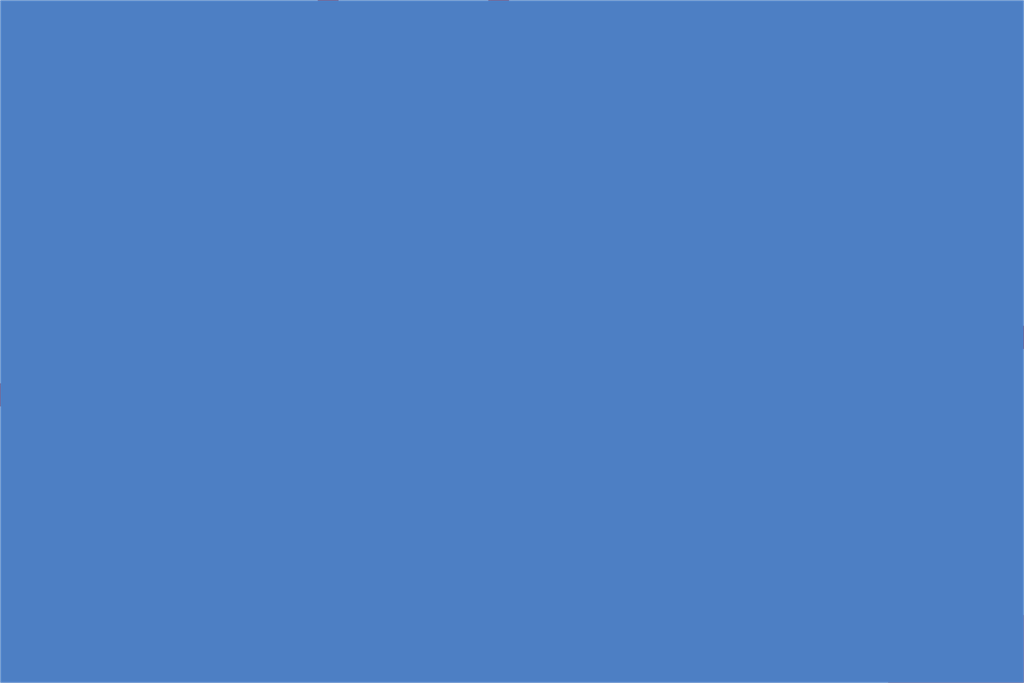
<source format=kicad_pcb>
(kicad_pcb (version 20221018) (generator pcbnew)
  (layers (0 "F.Cu" signal) (31 "B.Cu" signal) (34 "B.Paste" user) (35 "F.Paste" user) (36 "B.SilkS" user "B.Silkscreen") (37 "F.SilkS" user "F.Silkscreen") (38 "B.Mask" user) (39 "F.Mask" user) (44 "Edge.Cuts" user))
  (net 0 "")
  (footprint "LOGO" (layer "F.Cu") (at 153.32 89.87)
    (fp_text reference "G***" hide)
    (fp_text value "LOGO" hide)
  )
  (footprint "BFP640:SOT343" (layer "F.Cu") (at 138.5 89.9)
    (fp_text reference "REF**" hide)
    (fp_text value "SOT343" hide)
    (pad "1" smd rect (at -0.65 0.8) (size 0.6 0.8) (layers "F.Cu" "F.Paste" "F.Mask"))
    (pad "2" smd rect (at 0.5 0.8) (size 0.9 0.8) (layers "F.Cu" "F.Paste" "F.Mask"))
    (pad "3" smd rect (at 0.65 -0.8) (size 0.6 0.8) (layers "F.Cu" "F.Paste" "F.Mask"))
    (pad "4" smd rect (at -0.65 -0.8) (size 0.6 0.8) (layers "F.Cu" "F.Paste" "F.Mask"))
  )
  (footprint "LOGO" (layer "F.Cu") (at 153.32 89.87)
    (fp_text reference "G***" hide)
    (fp_text value "LOGO" hide)
    (fp_poly (pts (xy -63.605833 6.244167) (xy -78.486 6.244167) (xy -78.486 2.878667) (xy -63.605833 2.878667) (xy -63.605833 6.244167)) (stroke (width 0.01)) (fill solid) (layer "F.Cu"))
    (fp_poly (pts (xy -62.780333 -17.420167) (xy -64.791167 -17.420167) (xy -64.791167 -25.5905) (xy -62.780333 -25.5905) (xy -62.780333 -17.420167)) (stroke (width 0.01)) (fill solid) (layer "F.Cu"))
    (fp_poly (pts (xy -14.2875 25.505833) (xy -17.653 25.505833) (xy -17.653 24.489833) (xy -14.2875 24.489833) (xy -14.2875 25.505833)) (stroke (width 0.01)) (fill solid) (layer "F.Cu"))
    (fp_poly (pts (xy -14.2875 27.008667) (xy -17.653 27.008667) (xy -17.653 25.992667) (xy -14.2875 25.992667) (xy -14.2875 27.008667)) (stroke (width 0.01)) (fill solid) (layer "F.Cu"))
    (fp_poly (pts (xy -14.2875 28.5115) (xy -17.653 28.5115) (xy -17.653 27.474333) (xy -14.2875 27.474333) (xy -14.2875 28.5115)) (stroke (width 0.01)) (fill solid) (layer "F.Cu"))
    (fp_poly (pts (xy 6.561667 15.113) (xy 3.196167 15.113) (xy 3.196167 14.097) (xy 6.561667 14.097) (xy 6.561667 15.113)) (stroke (width 0.01)) (fill solid) (layer "F.Cu"))
    (fp_poly (pts (xy 6.561667 16.615833) (xy 3.196167 16.615833) (xy 3.196167 15.599833) (xy 6.561667 15.599833) (xy 6.561667 16.615833)) (stroke (width 0.01)) (fill solid) (layer "F.Cu"))
    (fp_poly (pts (xy 6.561667 18.118667) (xy 3.196167 18.118667) (xy 3.196167 17.102667) (xy 6.561667 17.102667) (xy 6.561667 18.118667)) (stroke (width 0.01)) (fill solid) (layer "F.Cu"))
    (fp_poly (pts (xy 26.013833 -23.368) (xy 24.003 -23.368) (xy 24.003 -31.538333) (xy 26.013833 -31.538333) (xy 26.013833 -23.368)) (stroke (width 0.01)) (fill solid) (layer "F.Cu"))
    (fp_poly (pts (xy 29.0195 -23.368) (xy 27.008667 -23.368) (xy 27.008667 -31.538333) (xy 29.0195 -31.538333) (xy 29.0195 -23.368)) (stroke (width 0.01)) (fill solid) (layer "F.Cu"))
    (fp_poly (pts (xy 71.628 -2.180167) (xy 56.642 -2.180167) (xy 56.642 -5.545667) (xy 71.628 -5.545667) (xy 71.628 -2.180167)) (stroke (width 0.01)) (fill solid) (layer "F.Cu"))
    (fp_poly (pts (xy -59.78525 -25.579917) (xy -59.779905 -21.500042) (xy -59.774559 -17.420167) (xy -61.7855 -17.420167) (xy -61.7855 -25.590915) (xy -59.78525 -25.579917)) (stroke (width 0.01)) (fill solid) (layer "F.Cu"))
    (fp_poly (pts (xy -56.774238 -21.500042) (xy -56.768892 -17.420167) (xy -58.801108 -17.420167) (xy -58.795762 -21.500042) (xy -58.790417 -25.579917) (xy -56.779583 -25.579917) (xy -56.774238 -21.500042)) (stroke (width 0.01)) (fill solid) (layer "F.Cu"))
    (fp_poly (pts (xy 23.024095 -27.458458) (xy 23.01875 -23.378583) (xy 22.008042 -23.373087) (xy 20.997333 -23.36759) (xy 20.997333 -31.538333) (xy 23.029441 -31.538333) (xy 23.024095 -27.458458)) (stroke (width 0.01)) (fill solid) (layer "F.Cu"))
    (fp_poly (pts (xy -3.868226 -40.643465) (xy -3.862917 -27.968096) (xy -1.885384 -29.753215) (xy 0.092148 -31.538333) (xy 20.023667 -31.538333) (xy 20.023667 -23.368) (xy 0.115037 -23.368) (xy -1.863357 -24.872579) (xy -2.118876 -25.066886) (xy -2.365062 -25.254064) (xy -2.599811 -25.432513) (xy -2.82102 -25.600638) (xy -3.026585 -25.75684) (xy -3.214403 -25.899522) (xy -3.382369 -26.027086) (xy -3.528382 -26.137934) (xy -3.650336 -26.230469) (xy -3.746129 -26.303092) (xy -3.813657 -26.354208) (xy -3.850816 -26.382216) (xy -3.857625 -26.387245) (xy -3.858623 -26.366928) (xy -3.859606 -26.305539) (xy -3.86057 -26.204343) (xy -3.861515 -26.0646) (xy -3.862438 -25.887575) (xy -3.863338 -25.674528) (xy -3.864212 -25.426723) (xy -3.865059 -25.145422) (xy -3.865877 -24.831888) (xy -3.866664 -24.487383) (xy -3.867418 -24.113169) (xy -3.868138 -23.710509) (xy -3.86882 -23.280666) (xy -3.869464 -22.824902) (xy -3.870068 -22.34448) (xy -3.870629 -21.840662) (xy -3.871147 -21.31471) (xy -3.871618 -20.767887) (xy -3.872041 -20.201455) (xy -3.872414 -19.616678) (xy -3.872735 -19.014817) (xy -3.873003 -18.397135) (xy -3.873215 -17.764895) (xy -3.87337 -17.119359) (xy -3.873466 -16.461789) (xy -3.8735 -15.793447) (xy -3.8735 -5.122333) (xy 5.630333 -5.122333) (xy 5.630333 -7.027333) (xy 29.6545 -7.027333) (xy 29.6545 -5.545667) (xy 54.652333 -5.545667) (xy 54.652333 -2.180167) (xy 29.6545 -2.180167) (xy 29.6545 -0.6985) (xy 5.646911 -0.6985) (xy 5.658707 -0.650875) (xy 5.665096 -0.623729) (xy 5.680334 -0.558287) (xy 5.703737 -0.4575) (xy 5.734621 -0.32432) (xy 5.772304 -0.161697) (xy 5.816102 0.027417) (xy 5.865331 0.240073) (xy 5.919308 0.473318) (xy 5.97735 0.724203) (xy 6.038773 0.989776) (xy 6.102894 1.267086) (xy 6.116085 1.324142) (xy 6.561667 3.251535) (xy 6.561667 13.610167) (xy 3.196167 13.610167) (xy 3.196813 3.291417) (xy 3.658814 1.296458) (xy 4.120815 -0.6985) (xy -14.435667 -0.6985) (xy -14.435667 -5.122333) (xy -4.910667 -5.122333) (xy -4.910667 -27.962005) (xy -6.900333 -35.805529) (xy -6.900333 -53.318833) (xy -3.873535 -53.318833) (xy -3.868226 -40.643465)) (stroke (width 0.01)) (fill solid) (layer "F.Cu"))
    (fp_poly (pts (xy -28.871333 -29.848655) (xy -29.87675 -25.886834) (xy -30.882167 -21.925012) (xy -30.882167 0.719667) (xy -15.197667 0.719667) (xy -15.197667 8.416854) (xy -14.742583 10.382496) (xy -14.2875 12.348137) (xy -14.2875 24.003) (xy -17.653 24.003) (xy -17.653 12.389693) (xy -17.197917 10.423846) (xy -17.132803 10.142288) (xy -17.070474 9.872225) (xy -17.011589 9.616537) (xy -16.956804 9.378104) (xy -16.906776 9.159804) (xy -16.862164 8.964518) (xy -16.823625 8.795126) (xy -16.791815 8.654508) (xy -16.767394 8.545542) (xy -16.751018 8.471109) (xy -16.743344 8.434089) (xy -16.742833 8.430582) (xy -16.7491 8.428392) (xy -16.768572 8.426315) (xy -16.802258 8.42435) (xy -16.851165 8.422493) (xy -16.916303 8.420742) (xy -16.998678 8.419094) (xy -17.099299 8.417545) (xy -17.219175 8.416094) (xy -17.359313 8.414738) (xy -17.520722 8.413473) (xy -17.704409 8.412298) (xy -17.911383 8.411208) (xy -18.142652 8.410202) (xy -18.399225 8.409277) (xy -18.682108 8.408429) (xy -18.992311 8.407657) (xy -19.330841 8.406957) (xy -19.698707 8.406326) (xy -20.096917 8.405762) (xy -20.526479 8.405262) (xy -20.9884 8.404823) (xy -21.48369 8.404443) (xy -22.013357 8.404118) (xy -22.578407 8.403846) (xy -23.179851 8.403624) (xy -23.818695 8.403449) (xy -24.495948 8.403319) (xy -25.212618 8.40323) (xy -25.969713 8.40318) (xy -26.680583 8.403167) (xy -36.618333 8.403167) (xy -36.618333 6.244167) (xy -61.616167 6.244167) (xy -61.616167 2.878667) (xy -36.618333 2.878667) (xy -36.618333 0.719667) (xy -31.898167 0.719667) (xy -31.898167 -20.428716) (xy -31.956375 -20.387175) (xy -31.980619 -20.369102) (xy -32.036363 -20.327073) (xy -32.121412 -20.262752) (xy -32.233569 -20.177808) (xy -32.370636 -20.073907) (xy -32.530419 -19.952715) (xy -32.710719 -19.815899) (xy -32.90934 -19.665126) (xy -33.124087 -19.502063) (xy -33.352761 -19.328375) (xy -33.593166 -19.14573) (xy -33.843106 -18.955794) (xy -33.939012 -18.8829) (xy -35.86344 -17.420167) (xy -55.795333 -17.420167) (xy -55.795333 -25.569333) (xy -35.865232 -25.569333) (xy -33.886991 -23.784062) (xy -31.90875 -21.99879) (xy -31.903444 -37.658812) (xy -31.898138 -53.318833) (xy -28.871333 -53.318833) (xy -28.871333 -29.848655)) (stroke (width 0.01)) (fill solid) (layer "F.Cu"))
    (fp_poly (pts (xy 55.991125 37.784033) (xy 56.503887 37.784396) (xy 56.975628 37.784988) (xy 57.40766 37.785825) (xy 57.801295 37.786921) (xy 58.157845 37.788292) (xy 58.478621 37.789953) (xy 58.764936 37.79192) (xy 59.018102 37.794207) (xy 59.23943 37.796831) (xy 59.430232 37.799806) (xy 59.59182 37.803147) (xy 59.725507 37.806871) (xy 59.832603 37.810992) (xy 59.914421 37.815525) (xy 59.972273 37.820486) (xy 60.007471 37.82589) (xy 60.020746 37.831023) (xy 60.023652 37.841005) (xy 60.017362 37.858495) (xy 60.000024 37.885471) (xy 59.969789 37.923911) (xy 59.924806 37.975793) (xy 59.863222 38.043095) (xy 59.783189 38.127797) (xy 59.682855 38.231875) (xy 59.56037 38.357308) (xy 59.413882 38.506074) (xy 59.241541 38.680152) (xy 59.041497 38.881519) (xy 58.981807 38.941516) (xy 58.049583 39.878281) (xy 57.8485 39.758392) (xy 57.559274 39.60606) (xy 57.265597 39.490395) (xy 57.135822 39.451686) (xy 56.988435 39.422089) (xy 56.813519 39.402743) (xy 56.624696 39.393956) (xy 56.435587 39.396037) (xy 56.259812 39.409295) (xy 56.134 39.428968) (xy 55.832848 39.512316) (xy 55.551901 39.632203) (xy 55.293221 39.786921) (xy 55.058869 39.97476) (xy 54.850905 40.194013) (xy 54.671391 40.44297) (xy 54.522389 40.719923) (xy 54.491199 40.790838) (xy 54.43877 40.921794) (xy 54.400543 41.036735) (xy 54.374454 41.147089) (xy 54.358442 41.264285) (xy 54.350445 41.39975) (xy 54.348399 41.564912) (xy 54.348437 41.581917) (xy 54.362696 41.88992) (xy 54.404543 42.170382) (xy 54.475634 42.429223) (xy 54.577624 42.672363) (xy 54.712171 42.905724) (xy 54.723623 42.923001) (xy 54.828377 43.079621) (xy 53.823169 44.08231) (xy 53.652025 44.252667) (xy 53.48934 44.413909) (xy 53.337635 44.563581) (xy 53.19943 44.699231) (xy 53.077245 44.818404) (xy 52.973601 44.918647) (xy 52.891019 44.997507) (xy 52.832017 45.052529) (xy 52.799118 45.08126) (xy 52.793231 45.085) (xy 52.789933 45.074913) (xy 52.786913 45.043731) (xy 52.78416 44.990072) (xy 52.781666 44.912554) (xy 52.779422 44.809795) (xy 52.777417 44.680414) (xy 52.775643 44.523028) (xy 52.774091 44.336256) (xy 52.77275 44.118716) (xy 52.771611 43.869026) (xy 52.770666 43.585804) (xy 52.769904 43.267668) (xy 52.769317 42.913237) (xy 52.768895 42.521128) (xy 52.768629 42.08996) (xy 52.768509 41.618351) (xy 52.7685 41.43375) (xy 52.7685 37.7825) (xy 55.991125 37.784033)) (stroke (width 0.01)) (fill solid) (layer "F.Cu"))
    (fp_poly (pts (xy -19.411466 -7.740939) (xy -19.206511 -7.715116) (xy -19.014897 -7.668661) (xy -18.833195 -7.601475) (xy -18.657976 -7.513459) (xy -18.485811 -7.404514) (xy -18.467917 -7.39196) (xy -18.343004 -7.298486) (xy -18.222048 -7.19673) (xy -18.101198 -7.082513) (xy -17.976602 -6.951653) (xy -17.844409 -6.799972) (xy -17.700767 -6.623288) (xy -17.541827 -6.417422) (xy -17.42017 -6.25475) (xy -17.319918 -6.120495) (xy -17.202189 -5.964765) (xy -17.075872 -5.799202) (xy -16.949861 -5.635448) (xy -16.833048 -5.485145) (xy -16.805838 -5.450417) (xy -16.615783 -5.205845) (xy -16.450742 -4.98765) (xy -16.307369 -4.790781) (xy -16.182318 -4.610185) (xy -16.072244 -4.440809) (xy -15.9738 -4.277601) (xy -15.88364 -4.115509) (xy -15.79842 -3.94948) (xy -15.761167 -3.872924) (xy -15.593482 -3.483256) (xy -15.456132 -3.076154) (xy -15.348552 -2.648801) (xy -15.270177 -2.198382) (xy -15.220441 -1.722081) (xy -15.198779 -1.217083) (xy -15.197667 -1.067563) (xy -15.197667 -0.704254) (xy -15.295871 -0.690794) (xy -15.373507 -0.684341) (xy -15.48266 -0.680872) (xy -15.612629 -0.680249) (xy -15.752713 -0.682331) (xy -15.892212 -0.68698) (xy -16.020425 -0.694055) (xy -16.107833 -0.701384) (xy -16.528748 -0.75815) (xy -16.953071 -0.843125) (xy -17.384876 -0.957538) (xy -17.828237 -1.102617) (xy -18.28723 -1.279592) (xy -18.765929 -1.489692) (xy -18.847139 -1.52765) (xy -18.978827 -1.588969) (xy -19.139032 -1.66238) (xy -19.317399 -1.743209) (xy -19.503573 -1.826783) (xy -19.6872 -1.908428) (xy -19.833167 -1.972655) (xy -20.156516 -2.115554) (xy -20.443547 -2.24566) (xy -20.697681 -2.36477) (xy -20.922342 -2.47468) (xy -21.12095 -2.577188) (xy -21.296928 -2.674088) (xy -21.453698 -2.767179) (xy -21.594682 -2.858256) (xy -21.723302 -2.949115) (xy -21.791083 -3.000477) (xy -22.035875 -3.209512) (xy -22.240729 -3.426167) (xy -22.407773 -3.653319) (xy -22.539136 -3.893844) (xy -22.633052 -4.138083) (xy -22.667743 -4.256561) (xy -22.693984 -4.368015) (xy -22.712589 -4.480733) (xy -22.724375 -4.603004) (xy -22.730157 -4.743118) (xy -22.730751 -4.909361) (xy -22.727328 -5.096057) (xy -22.712824 -5.434984) (xy -22.686801 -5.735918) (xy -22.648494 -6.001811) (xy -22.597141 -6.235617) (xy -22.531977 -6.440286) (xy -22.452239 -6.618771) (xy -22.357163 -6.774023) (xy -22.263038 -6.890673) (xy -22.146713 -7.002604) (xy -22.009687 -7.104367) (xy -21.847804 -7.198049) (xy -21.656909 -7.285738) (xy -21.432843 -7.369522) (xy -21.171452 -7.451489) (xy -21.113363 -7.46812) (xy -20.756359 -7.56402) (xy -20.433268 -7.639879) (xy -20.140663 -7.695599) (xy -19.875113 -7.731081) (xy -19.63319 -7.746227) (xy -19.411466 -7.740939)) (stroke (width 0.01)) (fill solid) (layer "F.Cu"))
    (fp_poly (pts (xy -13.961545 0.71618) (xy -13.645178 0.749874) (xy -13.313336 0.802077) (xy -12.972902 0.871596) (xy -12.630755 0.95724) (xy -12.293776 1.057816) (xy -12.075464 1.132549) (xy -11.91416 1.192069) (xy -11.76219 1.251074) (xy -11.610452 1.313424) (xy -11.449842 1.38298) (xy -11.27126 1.463601) (xy -11.065602 1.559147) (xy -11.029772 1.575985) (xy -10.908747 1.632236) (xy -10.758479 1.700981) (xy -10.588574 1.777889) (xy -10.408637 1.858631) (xy -10.228273 1.938879) (xy -10.06475 2.010944) (xy -9.744453 2.152557) (xy -9.460316 2.281081) (xy -9.208918 2.398442) (xy -8.986839 2.506567) (xy -8.790659 2.607384) (xy -8.616957 2.70282) (xy -8.462312 2.794802) (xy -8.323304 2.885257) (xy -8.196513 2.976111) (xy -8.078517 3.069292) (xy -7.965897 3.166727) (xy -7.892216 3.234902) (xy -7.682131 3.456165) (xy -7.512183 3.684849) (xy -7.380345 3.924549) (xy -7.284595 4.178857) (xy -7.229765 4.410879) (xy -7.206808 4.552275) (xy -7.191584 4.681967) (xy -7.183646 4.811209) (xy -7.182545 4.951257) (xy -7.187833 5.113366) (xy -7.195952 5.259917) (xy -7.216649 5.541792) (xy -7.241931 5.786706) (xy -7.272788 5.999879) (xy -7.310212 6.186528) (xy -7.355195 6.351874) (xy -7.408727 6.501136) (xy -7.449244 6.593417) (xy -7.538211 6.756997) (xy -7.64269 6.899652) (xy -7.767192 7.024767) (xy -7.916227 7.135728) (xy -8.094306 7.235921) (xy -8.305939 7.328731) (xy -8.54073 7.412669) (xy -8.699729 7.461808) (xy -8.88743 7.514838) (xy -9.091794 7.568751) (xy -9.300781 7.620537) (xy -9.502351 7.667186) (xy -9.684465 7.705688) (xy -9.796979 7.72671) (xy -9.96027 7.748536) (xy -10.140095 7.761842) (xy -10.324415 7.766549) (xy -10.501191 7.762578) (xy -10.658386 7.74985) (xy -10.76325 7.733033) (xy -10.959696 7.679054) (xy -11.150834 7.601227) (xy -11.339182 7.497468) (xy -11.527259 7.365689) (xy -11.717582 7.203804) (xy -11.912671 7.009726) (xy -12.115044 6.781369) (xy -12.327219 6.516645) (xy -12.483593 6.307667) (xy -12.568564 6.192766) (xy -12.671425 6.055984) (xy -12.78365 5.908519) (xy -12.896715 5.761571) (xy -13.002092 5.626338) (xy -13.00727 5.61975) (xy -13.232175 5.330437) (xy -13.430482 5.067835) (xy -13.604686 4.827907) (xy -13.757285 4.606613) (xy -13.890776 4.399916) (xy -14.007654 4.203778) (xy -14.110419 4.01416) (xy -14.201565 3.827023) (xy -14.28359 3.638331) (xy -14.358991 3.444043) (xy -14.368345 3.418417) (xy -14.483807 3.053215) (xy -14.577926 2.654756) (xy -14.650164 2.226654) (xy -14.699977 1.772522) (xy -14.726826 1.295974) (xy -14.731701 0.991825) (xy -14.732 0.724233) (xy -14.520333 0.709083) (xy -14.255557 0.702186) (xy -13.961545 0.71618)) (stroke (width 0.01)) (fill solid) (layer "F.Cu"))
    (fp_poly (pts (xy 60.065249 38.54101) (xy 60.065894 38.57096) (xy 60.060698 38.634661) (xy 60.050526 38.724065) (xy 60.036242 38.831125) (xy 60.028052 38.887266) (xy 60.009491 39.015635) (xy 59.997764 39.111993) (xy 59.992418 39.186029) (xy 59.992996 39.247435) (xy 59.999044 39.3059) (xy 60.006299 39.350325) (xy 60.048736 39.501699) (xy 60.125731 39.675611) (xy 60.236727 39.870953) (xy 60.368594 40.068931) (xy 60.49882 40.265838) (xy 60.597054 40.445102) (xy 60.665902 40.613473) (xy 60.707972 40.7777) (xy 60.725869 40.944534) (xy 60.726915 40.996778) (xy 60.718146 41.159674) (xy 60.689415 41.313324) (xy 60.637816 41.464981) (xy 60.560439 41.621895) (xy 60.454377 41.791321) (xy 60.350042 41.936586) (xy 60.240214 42.089261) (xy 60.157463 42.221355) (xy 60.098383 42.341664) (xy 60.059568 42.458982) (xy 60.037611 42.582102) (xy 60.029105 42.719819) (xy 60.028667 42.766251) (xy 60.03343 42.913188) (xy 60.049965 43.041712) (xy 60.081636 43.160585) (xy 60.131809 43.278568) (xy 60.203847 43.404424) (xy 60.301118 43.546914) (xy 60.35829 43.6245) (xy 60.428068 43.719359) (xy 60.491903 43.809413) (xy 60.5437 43.885834) (xy 60.577366 43.939798) (xy 60.582368 43.949004) (xy 60.642499 44.100363) (xy 60.68402 44.276281) (xy 60.70577 44.463555) (xy 60.706589 44.648978) (xy 60.685314 44.819346) (xy 60.665633 44.896027) (xy 60.584528 45.08766) (xy 60.467052 45.268992) (xy 60.319101 45.432117) (xy 60.181866 45.544833) (xy 60.031671 45.638429) (xy 59.880493 45.702272) (xy 59.715401 45.740649) (xy 59.541569 45.757083) (xy 59.365596 45.756813) (xy 59.205783 45.736764) (xy 59.053795 45.693957) (xy 58.901297 45.625412) (xy 58.739954 45.52815) (xy 58.579982 45.413362) (xy 58.487383 45.34542) (xy 58.395255 45.281974) (xy 58.314873 45.23056) (xy 58.261981 45.200847) (xy 58.086815 45.135978) (xy 57.884732 45.098241) (xy 57.662221 45.088766) (xy 57.62531 45.089942) (xy 57.518811 45.096062) (xy 57.439048 45.106239) (xy 57.370425 45.123892) (xy 57.297351 45.152436) (xy 57.256793 45.170697) (xy 57.174812 45.213437) (xy 57.073539 45.273524) (xy 56.967076 45.342287) (xy 56.887316 45.397953) (xy 56.659335 45.54883) (xy 56.441808 45.661054) (xy 56.230935 45.735835) (xy 56.022915 45.774381) (xy 55.813946 45.777901) (xy 55.72125 45.768735) (xy 55.608707 45.74888) (xy 55.503782 45.718329) (xy 55.398814 45.673288) (xy 55.286143 45.609966) (xy 55.158108 45.524569) (xy 55.013971 45.418557) (xy 54.854919 45.302446) (xy 54.716025 45.213182) (xy 54.587749 45.147443) (xy 54.46055 45.101907) (xy 54.324889 45.073253) (xy 54.171226 45.058159) (xy 53.990019 45.053302) (xy 53.964777 45.05325) (xy 53.823659 45.052465) (xy 53.721643 45.048425) (xy 53.655503 45.038602) (xy 53.622013 45.020468) (xy 53.617949 44.991496) (xy 53.640084 44.949157) (xy 53.685193 44.890923) (xy 53.713969 44.85669) (xy 53.761756 44.803166) (xy 53.83506 44.724643) (xy 53.929238 44.625831) (xy 54.039647 44.511438) (xy 54.161645 44.386173) (xy 54.29059 44.254745) (xy 54.421837 44.121863) (xy 54.550746 43.992236) (xy 54.672673 43.870572) (xy 54.782975 43.761582) (xy 54.877011 43.669973) (xy 54.950137 43.600455) (xy 54.975238 43.577405) (xy 55.139393 43.42931) (xy 55.282155 43.51372) (xy 55.575448 43.670404) (xy 55.859638 43.787481) (xy 56.138099 43.865796) (xy 56.414205 43.906196) (xy 56.69133 43.909525) (xy 56.819296 43.898928) (xy 57.125348 43.844304) (xy 57.415201 43.75195) (xy 57.686196 43.624174) (xy 57.935675 43.463287) (xy 58.160978 43.271597) (xy 58.359446 43.051413) (xy 58.52842 42.805045) (xy 58.665241 42.534803) (xy 58.76725 42.242994) (xy 58.779641 42.196501) (xy 58.83204 41.91966) (xy 58.851662 41.634368) (xy 58.838595 41.351282) (xy 58.792922 41.081056) (xy 58.769985 40.994016) (xy 58.727807 40.8582) (xy 58.684164 40.741769) (xy 58.632711 40.630757) (xy 58.567103 40.511197) (xy 58.499935 40.399646) (xy 58.371094 40.191042) (xy 59.212932 39.351896) (xy 59.395331 39.170753) (xy 59.559137 39.009443) (xy 59.702804 38.869438) (xy 59.824783 38.752211) (xy 59.923527 38.659233) (xy 59.997488 38.591978) (xy 60.045118 38.551917) (xy 60.06487 38.540524) (xy 60.065249 38.54101)) (stroke (width 0.01)) (fill solid) (layer "F.Cu"))
    (fp_poly (pts (xy 71.585667 46.757167) (xy 51.710167 46.757167) (xy 51.710167 37.041667) (xy 51.964167 37.041667) (xy 51.964167 46.566667) (xy 61.552667 46.566667) (xy 61.552667 40.978667) (xy 62.711555 40.978667) (xy 62.720478 41.805552) (xy 62.722783 42.019559) (xy 62.725001 42.195057) (xy 62.727682 42.335863) (xy 62.731375 42.445796) (xy 62.736629 42.528676) (xy 62.743995 42.588321) (xy 62.754021 42.62855) (xy 62.767256 42.65318) (xy 62.784251 42.666032) (xy 62.805554 42.670923) (xy 62.831714 42.671673) (xy 62.845079 42.671676) (xy 62.903503 42.660588) (xy 62.938861 42.64303) (xy 62.955522 42.625374) (xy 62.968019 42.595706) (xy 62.977626 42.546927) (xy 62.985617 42.471939) (xy 62.993267 42.363644) (xy 62.995429 42.327944) (xy 63.003281 42.217262) (xy 63.012728 42.11762) (xy 63.022674 42.038846) (xy 63.032021 41.990765) (xy 63.03356 41.986118) (xy 63.05989 41.943343) (xy 63.104977 41.914401) (xy 63.175438 41.8972) (xy 63.277891 41.889646) (xy 63.34125 41.888833) (xy 63.459621 41.885957) (xy 63.541672 41.87592) (xy 63.593111 41.856606) (xy 63.619648 41.825901) (xy 63.627 41.783) (xy 63.626759 41.78131) (xy 63.923333 41.78131) (xy 63.941799 41.965284) (xy 63.994517 42.14026) (xy 64.077474 42.300259) (xy 64.186653 42.439298) (xy 64.318037 42.551397) (xy 64.467612 42.630575) (xy 64.501695 42.6427) (xy 64.598771 42.661911) (xy 64.720624 42.668222) (xy 64.85199 42.662476) (xy 64.977606 42.645515) (xy 65.082207 42.618183) (xy 65.10422 42.60942) (xy 65.183371 42.568996) (xy 65.229646 42.525794) (xy 65.251361 42.467274) (xy 65.256832 42.380895) (xy 65.256833 42.379284) (xy 65.256833 42.274286) (xy 65.076051 42.367309) (xy 64.983146 42.413067) (xy 64.913056 42.441083) (xy 64.852317 42.455428) (xy 64.787461 42.46017) (xy 64.768291 42.460333) (xy 64.63275 42.440336) (xy 64.501439 42.384367) (xy 64.383836 42.298463) (xy 64.28942 42.18866) (xy 64.258279 42.135541) (xy 64.23266 42.06074) (xy 64.213744 41.958045) (xy 64.20247 41.841503) (xy 64.199779 41.725159) (xy 64.206609 41.623059) (xy 64.219793 41.560367) (xy 64.255026 41.491165) (xy 64.314502 41.410255) (xy 64.387559 41.329886) (xy 64.463539 41.262307) (xy 64.503163 41.234753) (xy 64.616097 41.190024) (xy 64.748692 41.178225) (xy 64.894548 41.198924) (xy 65.047263 41.251692) (xy 65.095194 41.274594) (xy 65.219304 41.337911) (xy 65.204377 41.216497) (xy 65.190954 41.143591) (xy 65.172219 41.084578) (xy 65.158627 41.060546) (xy 65.113075 41.030539) (xy 65.087847 41.021) (xy 65.5955 41.021) (xy 65.5955 42.629667) (xy 66.529267 42.629667) (xy 66.522759 42.539708) (xy 66.51625 42.44975) (xy 65.822958 42.438092) (xy 65.838265 42.179338) (xy 65.844696 42.079485) (xy 65.851047 41.996254) (xy 65.856608 41.93805) (xy 65.860665 41.913278) (xy 65.860822 41.913061) (xy 65.883501 41.909009) (xy 65.940126 41.90341) (xy 66.022369 41.89698) (xy 66.121903 41.890432) (xy 66.130623 41.88991) (xy 66.233247 41.882748) (xy 66.321243 41.874638) (xy 66.385547 41.866553) (xy 66.417097 41.859463) (xy 66.41767 41.859141) (xy 66.435304 41.828931) (xy 66.442167 41.781227) (xy 66.438255 41.746022) (xy 66.422543 41.720174) (xy 66.389063 41.701711) (xy 66.331847 41.688659) (xy 66.24493 41.679047) (xy 66.122344 41.670902) (xy 66.105575 41.669964) (xy 66.009572 41.664221) (xy 65.930689 41.658676) (xy 65.877554 41.653991) (xy 65.858836 41.65102) (xy 65.855197 41.628929) (xy 65.849652 41.573736) (xy 65.84305 41.494582) (xy 65.838197 41.428995) (xy 65.822956 41.212574) (xy 66.169603 41.206745) (xy 66.51625 41.200917) (xy 66.522759 41.110958) (xy 66.529267 41.021) (xy 66.950167 41.021) (xy 66.950167 42.629667) (xy 67.204167 42.629667) (xy 67.204167 41.888833) (xy 67.452875 41.886723) (xy 67.583171 41.884691) (xy 67.677216 41.880035) (xy 67.741078 41.871086) (xy 67.780829 41.856176) (xy 67.802539 41.833637) (xy 67.812277 41.801799) (xy 67.81405 41.787446) (xy 67.812571 41.747116) (xy 67.795568 41.717738) (xy 67.757766 41.697683) (xy 67.693889 41.685322) (xy 67.598662 41.679029) (xy 67.466808 41.677172) (xy 67.456789 41.677167) (xy 67.204167 41.677167) (xy 67.204167 41.570647) (xy 68.045475 41.570647) (xy 68.053155 41.595557) (xy 68.07815 41.639344) (xy 68.123028 41.707981) (xy 68.16485 41.769885) (xy 68.245478 41.890196) (xy 68.304886 41.984397) (xy 68.346535 42.060775) (xy 68.37388 42.127619) (xy 68.390382 42.193215) (xy 68.399497 42.26585) (xy 68.404217 42.34354) (xy 68.410265 42.458757) (xy 68.417077 42.538214) (xy 68.426457 42.588468) (xy 68.440208 42.616081) (xy 68.460135 42.627611) (xy 68.482889 42.629667) (xy 69.236167 42.629667) (xy 69.490167 42.629667) (xy 69.490167 41.582021) (xy 70.024572 42.116427) (xy 70.14832 42.239744) (xy 70.262818 42.353017) (xy 70.364596 42.452875) (xy 70.450184 42.535949) (xy 70.51611 42.598868) (xy 70.558904 42.638263) (xy 70.574906 42.650833) (xy 70.578444 42.630428) (xy 70.58171 42.572257) (xy 70.584613 42.480887) (xy 70.587064 42.360885) (xy 70.588974 42.216818) (xy 70.590254 42.053254) (xy 70.590815 41.874759) (xy 70.590833 41.835917) (xy 70.590833 41.021) (xy 70.358 41.021) (xy 70.358 41.525472) (xy 70.357399 41.667589) (xy 70.355711 41.795461) (xy 70.353109 41.903053) (xy 70.349768 41.984328) (xy 70.34586 42.033253) (xy 70.343082 42.044862) (xy 70.325262 42.033854) (xy 70.281092 41.995966) (xy 70.21398 41.934423) (xy 70.127338 41.852452) (xy 70.024573 41.753279) (xy 69.909097 41.640132) (xy 69.784318 41.516235) (xy 69.782165 41.514084) (xy 69.236167 40.968388) (xy 69.236167 42.629667) (xy 68.482889 42.629667) (xy 68.526903 42.617084) (xy 68.545985 42.596185) (xy 68.552808 42.558043) (xy 68.557467 42.493047) (xy 68.558833 42.430216) (xy 68.562838 42.336472) (xy 68.577109 42.25128) (xy 68.605027 42.166076) (xy 68.649976 42.072295) (xy 68.715337 41.961373) (xy 68.788528 41.84863) (xy 68.849455 41.75587) (xy 68.900935 41.675052) (xy 68.938798 41.612916) (xy 68.958874 41.5762) (xy 68.961 41.569917) (xy 68.943673 41.552762) (xy 68.92676 41.550167) (xy 68.896993 41.561373) (xy 68.852052 41.596731) (xy 68.789254 41.658842) (xy 68.705922 41.750313) (xy 68.626377 41.842037) (xy 68.572178 41.902941) (xy 68.527233 41.948869) (xy 68.499232 41.972106) (xy 68.495327 41.9735) (xy 68.476383 41.957114) (xy 68.439583 41.912759) (xy 68.390627 41.847639) (xy 68.346697 41.785661) (xy 68.272138 41.682808) (xy 68.212028 41.612827) (xy 68.160993 41.571181) (xy 68.113662 41.553336) (xy 68.071781 41.553572) (xy 68.05254 41.558643) (xy 68.045475 41.570647) (xy 67.204167 41.570647) (xy 67.204167 41.2115) (xy 67.519935 41.2115) (xy 67.633504 41.210669) (xy 67.733625 41.208384) (xy 67.81189 41.204954) (xy 67.859888 41.200688) (xy 67.869185 41.198652) (xy 67.894785 41.167512) (xy 67.902667 41.103402) (xy 67.902667 41.021) (xy 66.950167 41.021) (xy 66.529267 41.021) (xy 65.5955 41.021) (xy 65.087847 41.021) (xy 65.03758 41.001994) (xy 64.944497 40.978162) (xy 64.846179 40.962295) (xy 64.767161 40.9575) (xy 64.633984 40.970492) (xy 64.490252 41.00587) (xy 64.35735 41.05824) (xy 64.346667 41.063594) (xy 64.236248 41.141099) (xy 64.133379 41.257278) (xy 64.036751 41.413674) (xy 64.017433 41.451163) (xy 63.972559 41.544099) (xy 63.944604 41.613731) (xy 63.929698 41.673631) (xy 63.923972 41.737372) (xy 63.923333 41.78131) (xy 63.626759 41.78131) (xy 63.621401 41.743844) (xy 63.600926 41.71545) (xy 63.56006 41.696201) (xy 63.493288 41.684482) (xy 63.395095 41.678676) (xy 63.265789 41.677167) (xy 63.013167 41.677167) (xy 63.013167 41.2115) (xy 63.314792 41.211176) (xy 63.42475 41.210015) (xy 63.520176 41.207049) (xy 63.592767 41.202684) (xy 63.634221 41.197325) (xy 63.639822 41.195301) (xy 63.662511 41.162058) (xy 63.677303 41.108229) (xy 63.681956 41.051054) (xy 63.674232 41.007773) (xy 63.665581 40.997066) (xy 63.636949 40.991848) (xy 63.572542 40.987206) (xy 63.478917 40.983383) (xy 63.36263 40.98062) (xy 63.230238 40.979157) (xy 63.174569 40.978991) (xy 62.711555 40.978667) (xy 61.552667 40.978667) (xy 61.552667 37.041667) (xy 51.964167 37.041667) (xy 51.710167 37.041667) (xy 51.710167 36.851167) (xy 71.585667 36.851167) (xy 71.585667 46.757167)) (stroke (width 0.01)) (fill solid) (layer "F.Cu"))
  )
  (footprint "LOGO" (layer "F.Cu") (at 153.32 89.87)
    (fp_text reference "G***" hide)
    (fp_text value "LOGO" hide)
    (fp_poly (pts (xy 71.585667 46.757167) (xy -78.443667 46.757167) (xy -78.443667 -53.2765) (xy 71.585667 -53.2765) (xy 71.585667 46.757167)) (stroke (width 0.01)) (fill solid) (layer "B.Cu"))
  )
  (footprint "LOGO" (layer "F.Cu") (at 153.32 89.87)
    (fp_text reference "G***" hide)
    (fp_text value "LOGO" hide)
  )
)
</source>
